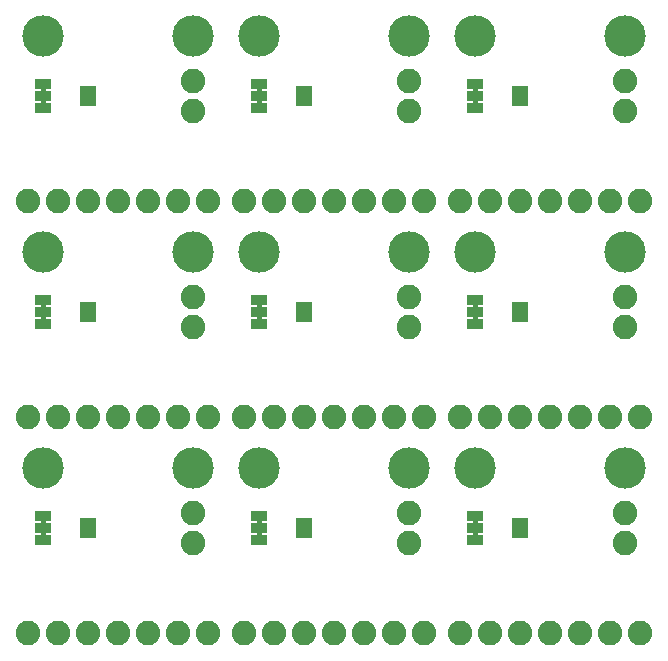
<source format=gbs>
G75*
%MOIN*%
%OFA0B0*%
%FSLAX25Y25*%
%IPPOS*%
%LPD*%
%AMOC8*
5,1,8,0,0,1.08239X$1,22.5*
%
%ADD10C,0.08200*%
%ADD11R,0.05800X0.03300*%
%ADD12C,0.13800*%
%ADD13C,0.00500*%
D10*
X0007250Y0010060D03*
X0017250Y0010060D03*
X0027250Y0010060D03*
X0037250Y0010060D03*
X0047250Y0010060D03*
X0057250Y0010060D03*
X0067250Y0010060D03*
X0079250Y0010060D03*
X0089250Y0010060D03*
X0099250Y0010060D03*
X0109250Y0010060D03*
X0119250Y0010060D03*
X0129250Y0010060D03*
X0139250Y0010060D03*
X0151250Y0010060D03*
X0161250Y0010060D03*
X0171250Y0010060D03*
X0181250Y0010060D03*
X0191250Y0010060D03*
X0201250Y0010060D03*
X0211250Y0010060D03*
X0206250Y0040060D03*
X0206250Y0050060D03*
X0201250Y0082060D03*
X0191250Y0082060D03*
X0181250Y0082060D03*
X0171250Y0082060D03*
X0161250Y0082060D03*
X0151250Y0082060D03*
X0139250Y0082060D03*
X0129250Y0082060D03*
X0119250Y0082060D03*
X0109250Y0082060D03*
X0099250Y0082060D03*
X0089250Y0082060D03*
X0079250Y0082060D03*
X0067250Y0082060D03*
X0057250Y0082060D03*
X0047250Y0082060D03*
X0037250Y0082060D03*
X0027250Y0082060D03*
X0017250Y0082060D03*
X0007250Y0082060D03*
X0062250Y0112060D03*
X0062250Y0122060D03*
X0057250Y0154060D03*
X0067250Y0154060D03*
X0079250Y0154060D03*
X0089250Y0154060D03*
X0099250Y0154060D03*
X0109250Y0154060D03*
X0119250Y0154060D03*
X0129250Y0154060D03*
X0139250Y0154060D03*
X0151250Y0154060D03*
X0161250Y0154060D03*
X0171250Y0154060D03*
X0181250Y0154060D03*
X0191250Y0154060D03*
X0201250Y0154060D03*
X0211250Y0154060D03*
X0206250Y0184060D03*
X0206250Y0194060D03*
X0206250Y0122060D03*
X0206250Y0112060D03*
X0211250Y0082060D03*
X0134250Y0112060D03*
X0134250Y0122060D03*
X0134250Y0184060D03*
X0134250Y0194060D03*
X0062250Y0194060D03*
X0062250Y0184060D03*
X0047250Y0154060D03*
X0037250Y0154060D03*
X0027250Y0154060D03*
X0017250Y0154060D03*
X0007250Y0154060D03*
X0062250Y0050060D03*
X0062250Y0040060D03*
X0134250Y0040060D03*
X0134250Y0050060D03*
D11*
X0156250Y0049060D03*
X0156250Y0045060D03*
X0156250Y0041060D03*
X0171250Y0043460D03*
X0171250Y0046660D03*
X0156250Y0113060D03*
X0156250Y0117060D03*
X0156250Y0121060D03*
X0171250Y0118660D03*
X0171250Y0115460D03*
X0156250Y0185060D03*
X0156250Y0189060D03*
X0156250Y0193060D03*
X0171250Y0190660D03*
X0171250Y0187460D03*
X0099250Y0187460D03*
X0099250Y0190660D03*
X0084250Y0189060D03*
X0084250Y0193060D03*
X0084250Y0185060D03*
X0027250Y0187460D03*
X0027250Y0190660D03*
X0012250Y0189060D03*
X0012250Y0193060D03*
X0012250Y0185060D03*
X0012250Y0121060D03*
X0012250Y0117060D03*
X0012250Y0113060D03*
X0027250Y0115460D03*
X0027250Y0118660D03*
X0084250Y0117060D03*
X0084250Y0113060D03*
X0084250Y0121060D03*
X0099250Y0118660D03*
X0099250Y0115460D03*
X0084250Y0049060D03*
X0084250Y0045060D03*
X0084250Y0041060D03*
X0099250Y0043460D03*
X0099250Y0046660D03*
X0027250Y0046660D03*
X0027250Y0043460D03*
X0012250Y0045060D03*
X0012250Y0049060D03*
X0012250Y0041060D03*
D12*
X0012250Y0065060D03*
X0062250Y0065060D03*
X0084250Y0065060D03*
X0134250Y0065060D03*
X0156250Y0065060D03*
X0206250Y0065060D03*
X0206250Y0137060D03*
X0156250Y0137060D03*
X0134250Y0137060D03*
X0084250Y0137060D03*
X0062250Y0137060D03*
X0012250Y0137060D03*
X0012250Y0209060D03*
X0062250Y0209060D03*
X0084250Y0209060D03*
X0134250Y0209060D03*
X0156250Y0209060D03*
X0206250Y0209060D03*
D13*
X0156750Y0191810D02*
X0156750Y0190310D01*
X0155750Y0190310D01*
X0155750Y0191810D01*
X0156750Y0191810D01*
X0156750Y0191503D02*
X0155750Y0191503D01*
X0155750Y0191005D02*
X0156750Y0191005D01*
X0156750Y0190506D02*
X0155750Y0190506D01*
X0155750Y0187810D02*
X0155750Y0186310D01*
X0156750Y0186310D01*
X0156750Y0187810D01*
X0155750Y0187810D01*
X0155750Y0187515D02*
X0156750Y0187515D01*
X0156750Y0187017D02*
X0155750Y0187017D01*
X0155750Y0186518D02*
X0156750Y0186518D01*
X0156750Y0119810D02*
X0155750Y0119810D01*
X0155750Y0118310D01*
X0156750Y0118310D01*
X0156750Y0119810D01*
X0156750Y0119718D02*
X0155750Y0119718D01*
X0155750Y0119219D02*
X0156750Y0119219D01*
X0156750Y0118721D02*
X0155750Y0118721D01*
X0155750Y0115810D02*
X0155750Y0114310D01*
X0156750Y0114310D01*
X0156750Y0115810D01*
X0155750Y0115810D01*
X0155750Y0115730D02*
X0156750Y0115730D01*
X0156750Y0115231D02*
X0155750Y0115231D01*
X0155750Y0114732D02*
X0156750Y0114732D01*
X0156750Y0047810D02*
X0155750Y0047810D01*
X0155750Y0046310D01*
X0156750Y0046310D01*
X0156750Y0047810D01*
X0156750Y0047433D02*
X0155750Y0047433D01*
X0155750Y0046935D02*
X0156750Y0046935D01*
X0156750Y0046436D02*
X0155750Y0046436D01*
X0155750Y0043810D02*
X0155750Y0042310D01*
X0156750Y0042310D01*
X0156750Y0043810D01*
X0155750Y0043810D01*
X0155750Y0043445D02*
X0156750Y0043445D01*
X0156750Y0042947D02*
X0155750Y0042947D01*
X0155750Y0042448D02*
X0156750Y0042448D01*
X0084750Y0042448D02*
X0083750Y0042448D01*
X0083750Y0042310D02*
X0084750Y0042310D01*
X0084750Y0043810D01*
X0083750Y0043810D01*
X0083750Y0042310D01*
X0083750Y0042947D02*
X0084750Y0042947D01*
X0084750Y0043445D02*
X0083750Y0043445D01*
X0083750Y0046310D02*
X0084750Y0046310D01*
X0084750Y0047810D01*
X0083750Y0047810D01*
X0083750Y0046310D01*
X0083750Y0046436D02*
X0084750Y0046436D01*
X0084750Y0046935D02*
X0083750Y0046935D01*
X0083750Y0047433D02*
X0084750Y0047433D01*
X0084750Y0114310D02*
X0083750Y0114310D01*
X0083750Y0115810D01*
X0084750Y0115810D01*
X0084750Y0114310D01*
X0084750Y0114732D02*
X0083750Y0114732D01*
X0083750Y0115231D02*
X0084750Y0115231D01*
X0084750Y0115730D02*
X0083750Y0115730D01*
X0083750Y0118310D02*
X0084750Y0118310D01*
X0084750Y0119810D01*
X0083750Y0119810D01*
X0083750Y0118310D01*
X0083750Y0118721D02*
X0084750Y0118721D01*
X0084750Y0119219D02*
X0083750Y0119219D01*
X0083750Y0119718D02*
X0084750Y0119718D01*
X0084750Y0186310D02*
X0083750Y0186310D01*
X0083750Y0187810D01*
X0084750Y0187810D01*
X0084750Y0186310D01*
X0084750Y0186518D02*
X0083750Y0186518D01*
X0083750Y0187017D02*
X0084750Y0187017D01*
X0084750Y0187515D02*
X0083750Y0187515D01*
X0083750Y0190310D02*
X0084750Y0190310D01*
X0084750Y0191810D01*
X0083750Y0191810D01*
X0083750Y0190310D01*
X0083750Y0190506D02*
X0084750Y0190506D01*
X0084750Y0191005D02*
X0083750Y0191005D01*
X0083750Y0191503D02*
X0084750Y0191503D01*
X0012750Y0191503D02*
X0011750Y0191503D01*
X0011750Y0191810D02*
X0011750Y0190310D01*
X0012750Y0190310D01*
X0012750Y0191810D01*
X0011750Y0191810D01*
X0011750Y0191005D02*
X0012750Y0191005D01*
X0012750Y0190506D02*
X0011750Y0190506D01*
X0011750Y0187810D02*
X0011750Y0186310D01*
X0012750Y0186310D01*
X0012750Y0187810D01*
X0011750Y0187810D01*
X0011750Y0187515D02*
X0012750Y0187515D01*
X0012750Y0187017D02*
X0011750Y0187017D01*
X0011750Y0186518D02*
X0012750Y0186518D01*
X0012750Y0119810D02*
X0011750Y0119810D01*
X0011750Y0118310D01*
X0012750Y0118310D01*
X0012750Y0119810D01*
X0012750Y0119718D02*
X0011750Y0119718D01*
X0011750Y0119219D02*
X0012750Y0119219D01*
X0012750Y0118721D02*
X0011750Y0118721D01*
X0011750Y0115810D02*
X0011750Y0114310D01*
X0012750Y0114310D01*
X0012750Y0115810D01*
X0011750Y0115810D01*
X0011750Y0115730D02*
X0012750Y0115730D01*
X0012750Y0115231D02*
X0011750Y0115231D01*
X0011750Y0114732D02*
X0012750Y0114732D01*
X0012750Y0047810D02*
X0011750Y0047810D01*
X0011750Y0046310D01*
X0012750Y0046310D01*
X0012750Y0047810D01*
X0012750Y0047433D02*
X0011750Y0047433D01*
X0011750Y0046935D02*
X0012750Y0046935D01*
X0012750Y0046436D02*
X0011750Y0046436D01*
X0011750Y0043810D02*
X0011750Y0042310D01*
X0012750Y0042310D01*
X0012750Y0043810D01*
X0011750Y0043810D01*
X0011750Y0043445D02*
X0012750Y0043445D01*
X0012750Y0042947D02*
X0011750Y0042947D01*
X0011750Y0042448D02*
X0012750Y0042448D01*
M02*

</source>
